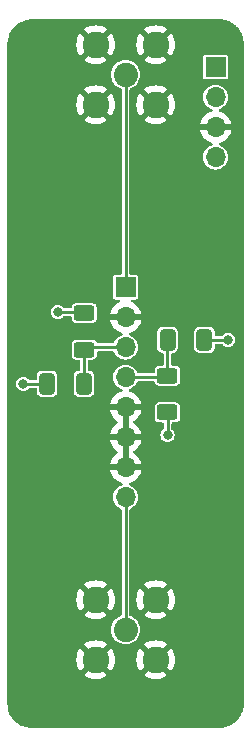
<source format=gbr>
%TF.GenerationSoftware,KiCad,Pcbnew,7.0.5*%
%TF.CreationDate,2023-06-30T17:27:13-05:00*%
%TF.ProjectId,Single.Channel.Amp,53696e67-6c65-42e4-9368-616e6e656c2e,rev?*%
%TF.SameCoordinates,Original*%
%TF.FileFunction,Copper,L1,Top*%
%TF.FilePolarity,Positive*%
%FSLAX46Y46*%
G04 Gerber Fmt 4.6, Leading zero omitted, Abs format (unit mm)*
G04 Created by KiCad (PCBNEW 7.0.5) date 2023-06-30 17:27:13*
%MOMM*%
%LPD*%
G01*
G04 APERTURE LIST*
G04 Aperture macros list*
%AMRoundRect*
0 Rectangle with rounded corners*
0 $1 Rounding radius*
0 $2 $3 $4 $5 $6 $7 $8 $9 X,Y pos of 4 corners*
0 Add a 4 corners polygon primitive as box body*
4,1,4,$2,$3,$4,$5,$6,$7,$8,$9,$2,$3,0*
0 Add four circle primitives for the rounded corners*
1,1,$1+$1,$2,$3*
1,1,$1+$1,$4,$5*
1,1,$1+$1,$6,$7*
1,1,$1+$1,$8,$9*
0 Add four rect primitives between the rounded corners*
20,1,$1+$1,$2,$3,$4,$5,0*
20,1,$1+$1,$4,$5,$6,$7,0*
20,1,$1+$1,$6,$7,$8,$9,0*
20,1,$1+$1,$8,$9,$2,$3,0*%
G04 Aperture macros list end*
%TA.AperFunction,SMDPad,CuDef*%
%ADD10RoundRect,0.250000X0.625000X-0.400000X0.625000X0.400000X-0.625000X0.400000X-0.625000X-0.400000X0*%
%TD*%
%TA.AperFunction,ComponentPad*%
%ADD11R,1.700000X1.700000*%
%TD*%
%TA.AperFunction,ComponentPad*%
%ADD12O,1.700000X1.700000*%
%TD*%
%TA.AperFunction,ComponentPad*%
%ADD13C,2.050000*%
%TD*%
%TA.AperFunction,ComponentPad*%
%ADD14C,2.250000*%
%TD*%
%TA.AperFunction,SMDPad,CuDef*%
%ADD15RoundRect,0.250000X-0.412500X-0.650000X0.412500X-0.650000X0.412500X0.650000X-0.412500X0.650000X0*%
%TD*%
%TA.AperFunction,SMDPad,CuDef*%
%ADD16RoundRect,0.250000X-0.625000X0.400000X-0.625000X-0.400000X0.625000X-0.400000X0.625000X0.400000X0*%
%TD*%
%TA.AperFunction,SMDPad,CuDef*%
%ADD17RoundRect,0.250000X0.412500X0.650000X-0.412500X0.650000X-0.412500X-0.650000X0.412500X-0.650000X0*%
%TD*%
%TA.AperFunction,ViaPad*%
%ADD18C,0.800000*%
%TD*%
%TA.AperFunction,Conductor*%
%ADD19C,0.250000*%
%TD*%
G04 APERTURE END LIST*
D10*
%TO.P,R3,1*%
%TO.N,Net-(Q2-E)*%
X68540000Y-48600000D03*
%TO.P,R3,2*%
%TO.N,Net-(J2-Pin_4)*%
X68540000Y-45500000D03*
%TD*%
D11*
%TO.P,J3,1,Pin_1*%
%TO.N,Net-(D1-A)*%
X72620000Y-19370000D03*
D12*
%TO.P,J3,2,Pin_2*%
%TO.N,GND*%
X72620000Y-21910000D03*
%TO.P,J3,3,Pin_3*%
%TO.N,GND1*%
X72620000Y-24450000D03*
%TO.P,J3,4,Pin_4*%
%TO.N,Net-(D2-K)*%
X72620000Y-26990000D03*
%TD*%
D13*
%TO.P,J4,1,In*%
%TO.N,Net-(J2-Input)*%
X65000000Y-67000000D03*
D14*
%TO.P,J4,2,Ext*%
%TO.N,GND1*%
X62460000Y-64460000D03*
X62460000Y-69540000D03*
X67540000Y-64460000D03*
X67540000Y-69540000D03*
%TD*%
D15*
%TO.P,C4,1*%
%TO.N,Net-(J2-Pin_4)*%
X68552500Y-42465000D03*
%TO.P,C4,2*%
%TO.N,GND*%
X71677500Y-42465000D03*
%TD*%
D13*
%TO.P,J5,1,In*%
%TO.N,Net-(J2-Output)*%
X65000000Y-20000000D03*
D14*
%TO.P,J5,2,Ext*%
%TO.N,GND1*%
X62460000Y-17460000D03*
X62460000Y-22540000D03*
X67540000Y-17460000D03*
X67540000Y-22540000D03*
%TD*%
D16*
%TO.P,R4,1*%
%TO.N,Net-(Q1-E)*%
X61510000Y-40190000D03*
%TO.P,R4,2*%
%TO.N,Net-(J2-Pin_3)*%
X61510000Y-43290000D03*
%TD*%
D17*
%TO.P,C3,1*%
%TO.N,Net-(J2-Pin_3)*%
X61472500Y-46185000D03*
%TO.P,C3,2*%
%TO.N,GND*%
X58347500Y-46185000D03*
%TD*%
D11*
%TO.P,J2,1,Output*%
%TO.N,Net-(J2-Output)*%
X65000000Y-38000000D03*
D12*
%TO.P,J2,2,GND*%
%TO.N,GND1*%
X65000000Y-40540000D03*
%TO.P,J2,3,Pin_3*%
%TO.N,Net-(J2-Pin_3)*%
X65000000Y-43080000D03*
%TO.P,J2,4,Pin_4*%
%TO.N,Net-(J2-Pin_4)*%
X65000000Y-45620000D03*
%TO.P,J2,5,Pin_5*%
%TO.N,GND1*%
X65000000Y-48160000D03*
%TO.P,J2,6,Pin_6*%
X65000000Y-50700000D03*
%TO.P,J2,7,Pin_7*%
X65000000Y-53240000D03*
%TO.P,J2,8,Input*%
%TO.N,Net-(J2-Input)*%
X65000000Y-55780000D03*
%TD*%
D18*
%TO.N,GND*%
X73677500Y-42465000D03*
X56347500Y-46185000D03*
%TO.N,Net-(Q1-E)*%
X59275000Y-40110000D03*
%TO.N,Net-(Q2-E)*%
X68555000Y-50545000D03*
%TD*%
D19*
%TO.N,GND*%
X73677500Y-42465000D02*
X71677500Y-42465000D01*
X56347500Y-46185000D02*
X58347500Y-46185000D01*
%TO.N,Net-(J2-Output)*%
X65000000Y-38000000D02*
X65000000Y-20000000D01*
%TO.N,Net-(J2-Pin_3)*%
X61472500Y-46185000D02*
X61472500Y-43327500D01*
X61472500Y-43327500D02*
X61510000Y-43290000D01*
X61720000Y-43080000D02*
X65000000Y-43080000D01*
X61510000Y-43290000D02*
X61720000Y-43080000D01*
%TO.N,Net-(J2-Pin_4)*%
X68540000Y-45500000D02*
X68420000Y-45620000D01*
X68540000Y-45500000D02*
X68540000Y-42567500D01*
X68540000Y-42567500D02*
X68442500Y-42470000D01*
X68420000Y-45620000D02*
X65000000Y-45620000D01*
%TO.N,Net-(J2-Input)*%
X65000000Y-55780000D02*
X65000000Y-67000000D01*
%TO.N,Net-(Q1-E)*%
X61430000Y-40110000D02*
X61510000Y-40190000D01*
X59275000Y-40110000D02*
X61430000Y-40110000D01*
%TO.N,Net-(Q2-E)*%
X68555000Y-50545000D02*
X68555000Y-48615000D01*
X68555000Y-48615000D02*
X68540000Y-48600000D01*
%TD*%
%TA.AperFunction,Conductor*%
%TO.N,GND1*%
G36*
X65250000Y-52804498D02*
G01*
X65142315Y-52755320D01*
X65035763Y-52740000D01*
X64964237Y-52740000D01*
X64857685Y-52755320D01*
X64749999Y-52804498D01*
X64749999Y-51135501D01*
X64857685Y-51184680D01*
X64964237Y-51200000D01*
X65035763Y-51200000D01*
X65142315Y-51184680D01*
X65250000Y-51135501D01*
X65250000Y-52804498D01*
G37*
%TD.AperFunction*%
%TA.AperFunction,Conductor*%
G36*
X65250000Y-50264498D02*
G01*
X65142315Y-50215320D01*
X65035763Y-50200000D01*
X64964237Y-50200000D01*
X64857685Y-50215320D01*
X64749999Y-50264498D01*
X64749999Y-48595501D01*
X64857685Y-48644680D01*
X64964237Y-48660000D01*
X65035763Y-48660000D01*
X65142315Y-48644680D01*
X65250000Y-48595501D01*
X65250000Y-50264498D01*
G37*
%TD.AperFunction*%
%TA.AperFunction,Conductor*%
G36*
X73002019Y-15310633D02*
G01*
X73040149Y-15313131D01*
X73083793Y-15315992D01*
X73265459Y-15328985D01*
X73273102Y-15330015D01*
X73367572Y-15348806D01*
X73372190Y-15349912D01*
X73543719Y-15398061D01*
X73697413Y-15441204D01*
X73702315Y-15442802D01*
X73791762Y-15476164D01*
X73797481Y-15478634D01*
X73862544Y-15510719D01*
X73868651Y-15514176D01*
X74033108Y-15620000D01*
X74054728Y-15633912D01*
X74272782Y-15774225D01*
X74287440Y-15785274D01*
X74307332Y-15802718D01*
X74359510Y-15848476D01*
X74362463Y-15851243D01*
X74458770Y-15947550D01*
X74461531Y-15950498D01*
X74475243Y-15966135D01*
X74477144Y-15968410D01*
X74638444Y-16171187D01*
X74641459Y-16175318D01*
X74655410Y-16196197D01*
X74704958Y-16270351D01*
X74707824Y-16275085D01*
X74773806Y-16395921D01*
X74774996Y-16398213D01*
X74831352Y-16512492D01*
X74833839Y-16518251D01*
X74882881Y-16649737D01*
X74883500Y-16651475D01*
X74923597Y-16769597D01*
X74925472Y-16776353D01*
X74956848Y-16920589D01*
X74979980Y-17036880D01*
X74981015Y-17044560D01*
X74994021Y-17226413D01*
X74999367Y-17307966D01*
X74999500Y-17312023D01*
X74999500Y-73307976D01*
X74999367Y-73312033D01*
X74994022Y-73393558D01*
X74986015Y-73505514D01*
X74985608Y-73509442D01*
X74966386Y-73650854D01*
X74965760Y-73654599D01*
X74956842Y-73699440D01*
X74925471Y-73843647D01*
X74923596Y-73850403D01*
X74883496Y-73968531D01*
X74882879Y-73970265D01*
X74872626Y-73997758D01*
X74871277Y-74001080D01*
X74771176Y-74228425D01*
X74768848Y-74233157D01*
X74707824Y-74344914D01*
X74704958Y-74349648D01*
X74633467Y-74456641D01*
X74631549Y-74459351D01*
X74549744Y-74568631D01*
X74546723Y-74572357D01*
X74461529Y-74669502D01*
X74458755Y-74672464D01*
X74362464Y-74768755D01*
X74359502Y-74771529D01*
X74262357Y-74856723D01*
X74258631Y-74859744D01*
X74149351Y-74941549D01*
X74146641Y-74943467D01*
X74039649Y-75014957D01*
X74034914Y-75017823D01*
X73914075Y-75083806D01*
X73911790Y-75084993D01*
X73904596Y-75088541D01*
X73902019Y-75089740D01*
X73702563Y-75177002D01*
X73699377Y-75178292D01*
X73660275Y-75192876D01*
X73658538Y-75193494D01*
X73540402Y-75233596D01*
X73533647Y-75235471D01*
X73462130Y-75251029D01*
X73455117Y-75252554D01*
X73451369Y-75253250D01*
X73156664Y-75298589D01*
X73151657Y-75299152D01*
X73083568Y-75304022D01*
X73077972Y-75304389D01*
X73070672Y-75304867D01*
X73066636Y-75305000D01*
X56947817Y-75305000D01*
X56942201Y-75304745D01*
X56685599Y-75281417D01*
X56679129Y-75280482D01*
X56638251Y-75272351D01*
X56610617Y-75266854D01*
X56466352Y-75235471D01*
X56459597Y-75233596D01*
X56341465Y-75193496D01*
X56339728Y-75192877D01*
X56210480Y-75144670D01*
X56205300Y-75142466D01*
X56184183Y-75132323D01*
X56088201Y-75084990D01*
X56085909Y-75083800D01*
X56035990Y-75056542D01*
X55965081Y-75017823D01*
X55960357Y-75014962D01*
X55853348Y-74943461D01*
X55850639Y-74941543D01*
X55810592Y-74911564D01*
X55741353Y-74859732D01*
X55737648Y-74856729D01*
X55640680Y-74771690D01*
X55636671Y-74767843D01*
X55487338Y-74611116D01*
X55485610Y-74609226D01*
X55453281Y-74572362D01*
X55450260Y-74568637D01*
X55368449Y-74459351D01*
X55366531Y-74456640D01*
X55295037Y-74349641D01*
X55292170Y-74344907D01*
X55226173Y-74224042D01*
X55225024Y-74221830D01*
X55168635Y-74107483D01*
X55166160Y-74101750D01*
X55117093Y-73970198D01*
X55116540Y-73968646D01*
X55076394Y-73850378D01*
X55074529Y-73843659D01*
X55067509Y-73811387D01*
X55067137Y-73809545D01*
X55016592Y-73536600D01*
X55015715Y-73529742D01*
X55005991Y-73393778D01*
X55000632Y-73312019D01*
X55000499Y-73307993D01*
X55000499Y-69540000D01*
X60829975Y-69540000D01*
X60850042Y-69794989D01*
X60909752Y-70043702D01*
X61007634Y-70280012D01*
X61007636Y-70280015D01*
X61141275Y-70498095D01*
X61141286Y-70498110D01*
X61144533Y-70501911D01*
X61144535Y-70501911D01*
X61708766Y-69937679D01*
X61752316Y-70019822D01*
X61872009Y-70160735D01*
X62019195Y-70272623D01*
X62061402Y-70292150D01*
X61498087Y-70855464D01*
X61498087Y-70855465D01*
X61501888Y-70858712D01*
X61501898Y-70858719D01*
X61719984Y-70992363D01*
X61719987Y-70992365D01*
X61956297Y-71090247D01*
X62205011Y-71149957D01*
X62205010Y-71149957D01*
X62460000Y-71170024D01*
X62714989Y-71149957D01*
X62963702Y-71090247D01*
X63200012Y-70992365D01*
X63200015Y-70992363D01*
X63418103Y-70858719D01*
X63421912Y-70855464D01*
X62858609Y-70292161D01*
X62977431Y-70220669D01*
X63111658Y-70093523D01*
X63214861Y-69941309D01*
X63775464Y-70501912D01*
X63778719Y-70498103D01*
X63912363Y-70280015D01*
X63912365Y-70280012D01*
X64010247Y-70043702D01*
X64069957Y-69794989D01*
X64090024Y-69540000D01*
X65909975Y-69540000D01*
X65930042Y-69794989D01*
X65989752Y-70043702D01*
X66087634Y-70280012D01*
X66087636Y-70280015D01*
X66221275Y-70498095D01*
X66221286Y-70498110D01*
X66224533Y-70501911D01*
X66224535Y-70501911D01*
X66788766Y-69937679D01*
X66832316Y-70019822D01*
X66952009Y-70160735D01*
X67099195Y-70272623D01*
X67141402Y-70292150D01*
X66578087Y-70855464D01*
X66578087Y-70855465D01*
X66581888Y-70858712D01*
X66581898Y-70858719D01*
X66799984Y-70992363D01*
X66799987Y-70992365D01*
X67036297Y-71090247D01*
X67285011Y-71149957D01*
X67285010Y-71149957D01*
X67540000Y-71170024D01*
X67794989Y-71149957D01*
X68043702Y-71090247D01*
X68280012Y-70992365D01*
X68280015Y-70992363D01*
X68498103Y-70858719D01*
X68501912Y-70855464D01*
X67938609Y-70292161D01*
X68057431Y-70220669D01*
X68191658Y-70093523D01*
X68294861Y-69941309D01*
X68855464Y-70501912D01*
X68858719Y-70498103D01*
X68992363Y-70280015D01*
X68992365Y-70280012D01*
X69090247Y-70043702D01*
X69149957Y-69794989D01*
X69170024Y-69540000D01*
X69149957Y-69285010D01*
X69090247Y-69036297D01*
X68992365Y-68799987D01*
X68992363Y-68799984D01*
X68858719Y-68581898D01*
X68858712Y-68581888D01*
X68855465Y-68578087D01*
X68855464Y-68578087D01*
X68291232Y-69142319D01*
X68247684Y-69060178D01*
X68127991Y-68919265D01*
X67980805Y-68807377D01*
X67938597Y-68787849D01*
X68501911Y-68224535D01*
X68501911Y-68224533D01*
X68498110Y-68221286D01*
X68498095Y-68221275D01*
X68280015Y-68087636D01*
X68280012Y-68087634D01*
X68043702Y-67989752D01*
X67794988Y-67930042D01*
X67794989Y-67930042D01*
X67540000Y-67909975D01*
X67285010Y-67930042D01*
X67036297Y-67989752D01*
X66799987Y-68087634D01*
X66799984Y-68087636D01*
X66581897Y-68221280D01*
X66578087Y-68224534D01*
X67141390Y-68787837D01*
X67022569Y-68859331D01*
X66888342Y-68986477D01*
X66785138Y-69138691D01*
X66224534Y-68578087D01*
X66221280Y-68581897D01*
X66087636Y-68799984D01*
X66087634Y-68799987D01*
X65989752Y-69036297D01*
X65930042Y-69285010D01*
X65909975Y-69540000D01*
X64090024Y-69540000D01*
X64069957Y-69285010D01*
X64010247Y-69036297D01*
X63912365Y-68799987D01*
X63912363Y-68799984D01*
X63778719Y-68581898D01*
X63778712Y-68581888D01*
X63775465Y-68578087D01*
X63775464Y-68578087D01*
X63211232Y-69142319D01*
X63167684Y-69060178D01*
X63047991Y-68919265D01*
X62900805Y-68807377D01*
X62858596Y-68787849D01*
X63421911Y-68224535D01*
X63421911Y-68224533D01*
X63418110Y-68221286D01*
X63418095Y-68221275D01*
X63200015Y-68087636D01*
X63200012Y-68087634D01*
X62963702Y-67989752D01*
X62714988Y-67930042D01*
X62714989Y-67930042D01*
X62460000Y-67909975D01*
X62205010Y-67930042D01*
X61956297Y-67989752D01*
X61719987Y-68087634D01*
X61719984Y-68087636D01*
X61501897Y-68221280D01*
X61498087Y-68224534D01*
X62061390Y-68787838D01*
X61942569Y-68859331D01*
X61808342Y-68986477D01*
X61705138Y-69138691D01*
X61144533Y-68578087D01*
X61141280Y-68581897D01*
X61007636Y-68799984D01*
X61007634Y-68799987D01*
X60909752Y-69036297D01*
X60850042Y-69285010D01*
X60829975Y-69540000D01*
X55000499Y-69540000D01*
X55000499Y-64460000D01*
X60829975Y-64460000D01*
X60850042Y-64714989D01*
X60909752Y-64963702D01*
X61007634Y-65200012D01*
X61007636Y-65200015D01*
X61141275Y-65418095D01*
X61141286Y-65418110D01*
X61144533Y-65421911D01*
X61144535Y-65421911D01*
X61708766Y-64857679D01*
X61752316Y-64939822D01*
X61872009Y-65080735D01*
X62019195Y-65192623D01*
X62061402Y-65212150D01*
X61498087Y-65775464D01*
X61498087Y-65775465D01*
X61501888Y-65778712D01*
X61501898Y-65778719D01*
X61719984Y-65912363D01*
X61719987Y-65912365D01*
X61956297Y-66010247D01*
X62205011Y-66069957D01*
X62205010Y-66069957D01*
X62459999Y-66090024D01*
X62714989Y-66069957D01*
X62963702Y-66010247D01*
X63200012Y-65912365D01*
X63200015Y-65912363D01*
X63418103Y-65778719D01*
X63421912Y-65775464D01*
X62858609Y-65212161D01*
X62977431Y-65140669D01*
X63111658Y-65013523D01*
X63214861Y-64861309D01*
X63775464Y-65421912D01*
X63778719Y-65418103D01*
X63912363Y-65200015D01*
X63912365Y-65200012D01*
X64010247Y-64963702D01*
X64069957Y-64714989D01*
X64090024Y-64460000D01*
X64069957Y-64205010D01*
X64010247Y-63956297D01*
X63912365Y-63719987D01*
X63912363Y-63719984D01*
X63778719Y-63501898D01*
X63778712Y-63501888D01*
X63775465Y-63498087D01*
X63775464Y-63498087D01*
X63211232Y-64062318D01*
X63167684Y-63980178D01*
X63047991Y-63839265D01*
X62900805Y-63727377D01*
X62858597Y-63707849D01*
X63421911Y-63144535D01*
X63421911Y-63144533D01*
X63418110Y-63141286D01*
X63418095Y-63141275D01*
X63200015Y-63007636D01*
X63200012Y-63007634D01*
X62963702Y-62909752D01*
X62714988Y-62850042D01*
X62714989Y-62850042D01*
X62459999Y-62829975D01*
X62205010Y-62850042D01*
X61956297Y-62909752D01*
X61719987Y-63007634D01*
X61719984Y-63007636D01*
X61501897Y-63141280D01*
X61498087Y-63144534D01*
X62061390Y-63707837D01*
X61942569Y-63779331D01*
X61808342Y-63906477D01*
X61705138Y-64058691D01*
X61144534Y-63498087D01*
X61141280Y-63501897D01*
X61007636Y-63719984D01*
X61007634Y-63719987D01*
X60909752Y-63956297D01*
X60850042Y-64205010D01*
X60829975Y-64460000D01*
X55000499Y-64460000D01*
X55000499Y-53490000D01*
X63669364Y-53490000D01*
X63726567Y-53703486D01*
X63726570Y-53703492D01*
X63826399Y-53917578D01*
X63961894Y-54111082D01*
X64128917Y-54278105D01*
X64322421Y-54413600D01*
X64536507Y-54513429D01*
X64536516Y-54513433D01*
X64658649Y-54546158D01*
X64718310Y-54582523D01*
X64748839Y-54645369D01*
X64740545Y-54714745D01*
X64696059Y-54768623D01*
X64662552Y-54784593D01*
X64596046Y-54804767D01*
X64465358Y-54874622D01*
X64413550Y-54902315D01*
X64413548Y-54902316D01*
X64413547Y-54902317D01*
X64253589Y-55033589D01*
X64122317Y-55193547D01*
X64024769Y-55376043D01*
X63964699Y-55574067D01*
X63944417Y-55779999D01*
X63964699Y-55985932D01*
X63964700Y-55985934D01*
X64024768Y-56183954D01*
X64122315Y-56366450D01*
X64122317Y-56366452D01*
X64253589Y-56526410D01*
X64350209Y-56605702D01*
X64413550Y-56657685D01*
X64596046Y-56755232D01*
X64596052Y-56755235D01*
X64597956Y-56756024D01*
X64598799Y-56756703D01*
X64601419Y-56758104D01*
X64601153Y-56758600D01*
X64652358Y-56799867D01*
X64674420Y-56866162D01*
X64674499Y-56870583D01*
X64674499Y-65723338D01*
X64654814Y-65790377D01*
X64602010Y-65836132D01*
X64582601Y-65843110D01*
X64579261Y-65844005D01*
X64579253Y-65844008D01*
X64384910Y-65934631D01*
X64384908Y-65934632D01*
X64209259Y-66057623D01*
X64209253Y-66057628D01*
X64057628Y-66209253D01*
X64057623Y-66209259D01*
X63934632Y-66384908D01*
X63934631Y-66384910D01*
X63844009Y-66579251D01*
X63844005Y-66579260D01*
X63788509Y-66786375D01*
X63788507Y-66786386D01*
X63769819Y-66999998D01*
X63769819Y-67000001D01*
X63788507Y-67213613D01*
X63788509Y-67213624D01*
X63844005Y-67420739D01*
X63844007Y-67420743D01*
X63844008Y-67420747D01*
X63889320Y-67517918D01*
X63934631Y-67615090D01*
X63934632Y-67615091D01*
X64057627Y-67790745D01*
X64209255Y-67942373D01*
X64384909Y-68065368D01*
X64579253Y-68155992D01*
X64786381Y-68211492D01*
X64935442Y-68224533D01*
X64999998Y-68230181D01*
X65000000Y-68230181D01*
X65000002Y-68230181D01*
X65053404Y-68225508D01*
X65213619Y-68211492D01*
X65420747Y-68155992D01*
X65615091Y-68065368D01*
X65790745Y-67942373D01*
X65942373Y-67790745D01*
X66065368Y-67615091D01*
X66155992Y-67420747D01*
X66211492Y-67213619D01*
X66230181Y-67000000D01*
X66211492Y-66786381D01*
X66155992Y-66579253D01*
X66065368Y-66384910D01*
X65942373Y-66209255D01*
X65790745Y-66057627D01*
X65615091Y-65934632D01*
X65615092Y-65934632D01*
X65615090Y-65934631D01*
X65511370Y-65886266D01*
X65420747Y-65844008D01*
X65420744Y-65844007D01*
X65420742Y-65844006D01*
X65417401Y-65843111D01*
X65416095Y-65842315D01*
X65415661Y-65842157D01*
X65415692Y-65842069D01*
X65357742Y-65806744D01*
X65327216Y-65743895D01*
X65325500Y-65723338D01*
X65325500Y-64460000D01*
X65909975Y-64460000D01*
X65930042Y-64714989D01*
X65989752Y-64963702D01*
X66087634Y-65200012D01*
X66087636Y-65200015D01*
X66221275Y-65418095D01*
X66221286Y-65418110D01*
X66224533Y-65421911D01*
X66224535Y-65421911D01*
X66788766Y-64857679D01*
X66832316Y-64939822D01*
X66952009Y-65080735D01*
X67099195Y-65192623D01*
X67141402Y-65212150D01*
X66578087Y-65775464D01*
X66578087Y-65775465D01*
X66581888Y-65778712D01*
X66581898Y-65778719D01*
X66799984Y-65912363D01*
X66799987Y-65912365D01*
X67036297Y-66010247D01*
X67285011Y-66069957D01*
X67285010Y-66069957D01*
X67539999Y-66090024D01*
X67794989Y-66069957D01*
X68043702Y-66010247D01*
X68280012Y-65912365D01*
X68280015Y-65912363D01*
X68498103Y-65778719D01*
X68501912Y-65775464D01*
X67938609Y-65212161D01*
X68057431Y-65140669D01*
X68191658Y-65013523D01*
X68294861Y-64861308D01*
X68855464Y-65421912D01*
X68858719Y-65418103D01*
X68992363Y-65200015D01*
X68992365Y-65200012D01*
X69090247Y-64963702D01*
X69149957Y-64714989D01*
X69170024Y-64460000D01*
X69149957Y-64205010D01*
X69090247Y-63956297D01*
X68992365Y-63719987D01*
X68992363Y-63719984D01*
X68858719Y-63501898D01*
X68858712Y-63501888D01*
X68855465Y-63498087D01*
X68855464Y-63498087D01*
X68291232Y-64062319D01*
X68247684Y-63980178D01*
X68127991Y-63839265D01*
X67980805Y-63727377D01*
X67938597Y-63707849D01*
X68501911Y-63144535D01*
X68501911Y-63144533D01*
X68498110Y-63141286D01*
X68498095Y-63141275D01*
X68280015Y-63007636D01*
X68280012Y-63007634D01*
X68043702Y-62909752D01*
X67794988Y-62850042D01*
X67794989Y-62850042D01*
X67539999Y-62829975D01*
X67285010Y-62850042D01*
X67036297Y-62909752D01*
X66799987Y-63007634D01*
X66799984Y-63007636D01*
X66581897Y-63141280D01*
X66578087Y-63144534D01*
X67141390Y-63707837D01*
X67022569Y-63779331D01*
X66888342Y-63906477D01*
X66785139Y-64058690D01*
X66224534Y-63498087D01*
X66221280Y-63501897D01*
X66087636Y-63719984D01*
X66087634Y-63719987D01*
X65989752Y-63956297D01*
X65930042Y-64205010D01*
X65909975Y-64460000D01*
X65325500Y-64460000D01*
X65325500Y-56870583D01*
X65345185Y-56803544D01*
X65397989Y-56757789D01*
X65402049Y-56756021D01*
X65403945Y-56755234D01*
X65403954Y-56755232D01*
X65586450Y-56657685D01*
X65746410Y-56526410D01*
X65877685Y-56366450D01*
X65975232Y-56183954D01*
X66035300Y-55985934D01*
X66055583Y-55780000D01*
X66035300Y-55574066D01*
X65975232Y-55376046D01*
X65877685Y-55193550D01*
X65825702Y-55130209D01*
X65746410Y-55033589D01*
X65586452Y-54902317D01*
X65586453Y-54902317D01*
X65586450Y-54902315D01*
X65403954Y-54804768D01*
X65337447Y-54784593D01*
X65279009Y-54746296D01*
X65250553Y-54682484D01*
X65261113Y-54613417D01*
X65307337Y-54561023D01*
X65341350Y-54546158D01*
X65463483Y-54513433D01*
X65463492Y-54513429D01*
X65677578Y-54413600D01*
X65871082Y-54278105D01*
X66038105Y-54111082D01*
X66173600Y-53917578D01*
X66273429Y-53703492D01*
X66273432Y-53703486D01*
X66330636Y-53490000D01*
X65433686Y-53490000D01*
X65459493Y-53449844D01*
X65500000Y-53311889D01*
X65500000Y-53168111D01*
X65459493Y-53030156D01*
X65433686Y-52990000D01*
X66330636Y-52990000D01*
X66330635Y-52989999D01*
X66273432Y-52776513D01*
X66273429Y-52776507D01*
X66173600Y-52562422D01*
X66173599Y-52562420D01*
X66038113Y-52368926D01*
X66038108Y-52368920D01*
X65871082Y-52201894D01*
X65684968Y-52071575D01*
X65641344Y-52016998D01*
X65634151Y-51947499D01*
X65665673Y-51885145D01*
X65684968Y-51868425D01*
X65871082Y-51738105D01*
X66038105Y-51571082D01*
X66173600Y-51377578D01*
X66273429Y-51163492D01*
X66273432Y-51163486D01*
X66330636Y-50950000D01*
X65433686Y-50950000D01*
X65459493Y-50909844D01*
X65500000Y-50771889D01*
X65500000Y-50628111D01*
X65459493Y-50490156D01*
X65433686Y-50450000D01*
X66330636Y-50450000D01*
X66330635Y-50449999D01*
X66273432Y-50236513D01*
X66273429Y-50236507D01*
X66173600Y-50022422D01*
X66173599Y-50022420D01*
X66038113Y-49828926D01*
X66038108Y-49828920D01*
X65871082Y-49661894D01*
X65684968Y-49531575D01*
X65641344Y-49476998D01*
X65634151Y-49407499D01*
X65665673Y-49345145D01*
X65684968Y-49328425D01*
X65871082Y-49198105D01*
X66014918Y-49054269D01*
X67464500Y-49054269D01*
X67467353Y-49084699D01*
X67467353Y-49084701D01*
X67507036Y-49198105D01*
X67512207Y-49212882D01*
X67592850Y-49322150D01*
X67702118Y-49402793D01*
X67744845Y-49417743D01*
X67830299Y-49447646D01*
X67860730Y-49450500D01*
X67860734Y-49450500D01*
X68105500Y-49450500D01*
X68172539Y-49470185D01*
X68218294Y-49522989D01*
X68229500Y-49574500D01*
X68229500Y-49976699D01*
X68209815Y-50043738D01*
X68180988Y-50075074D01*
X68126720Y-50116715D01*
X68030463Y-50242160D01*
X67969956Y-50388237D01*
X67969955Y-50388239D01*
X67949318Y-50544998D01*
X67949318Y-50545001D01*
X67969955Y-50701760D01*
X67969956Y-50701762D01*
X68030464Y-50847841D01*
X68126718Y-50973282D01*
X68252159Y-51069536D01*
X68398238Y-51130044D01*
X68476618Y-51140363D01*
X68554999Y-51150682D01*
X68555000Y-51150682D01*
X68555001Y-51150682D01*
X68607254Y-51143802D01*
X68711762Y-51130044D01*
X68857841Y-51069536D01*
X68983282Y-50973282D01*
X69079536Y-50847841D01*
X69140044Y-50701762D01*
X69160682Y-50545000D01*
X69140044Y-50388238D01*
X69079536Y-50242159D01*
X68983282Y-50116718D01*
X68983280Y-50116716D01*
X68983279Y-50116715D01*
X68929012Y-50075074D01*
X68887810Y-50018646D01*
X68880500Y-49976699D01*
X68880500Y-49574500D01*
X68900185Y-49507461D01*
X68952989Y-49461706D01*
X69004500Y-49450500D01*
X69219270Y-49450500D01*
X69249699Y-49447646D01*
X69249701Y-49447646D01*
X69313790Y-49425219D01*
X69377882Y-49402793D01*
X69487150Y-49322150D01*
X69567793Y-49212882D01*
X69590219Y-49148790D01*
X69612646Y-49084701D01*
X69612646Y-49084699D01*
X69615500Y-49054269D01*
X69615500Y-48145730D01*
X69612646Y-48115300D01*
X69612646Y-48115298D01*
X69567793Y-47987119D01*
X69567792Y-47987117D01*
X69487150Y-47877850D01*
X69377882Y-47797207D01*
X69377880Y-47797206D01*
X69249700Y-47752353D01*
X69219270Y-47749500D01*
X69219266Y-47749500D01*
X67860734Y-47749500D01*
X67860730Y-47749500D01*
X67830300Y-47752353D01*
X67830298Y-47752353D01*
X67702119Y-47797206D01*
X67702117Y-47797207D01*
X67592850Y-47877850D01*
X67512207Y-47987117D01*
X67512206Y-47987119D01*
X67467353Y-48115298D01*
X67467353Y-48115300D01*
X67464500Y-48145730D01*
X67464500Y-49054269D01*
X66014918Y-49054269D01*
X66038105Y-49031082D01*
X66173600Y-48837578D01*
X66273429Y-48623492D01*
X66273432Y-48623486D01*
X66330636Y-48410000D01*
X65433686Y-48410000D01*
X65459493Y-48369844D01*
X65500000Y-48231889D01*
X65500000Y-48088111D01*
X65459493Y-47950156D01*
X65433686Y-47910000D01*
X66330636Y-47910000D01*
X66330635Y-47909999D01*
X66273432Y-47696513D01*
X66273429Y-47696507D01*
X66173600Y-47482422D01*
X66173599Y-47482420D01*
X66038113Y-47288926D01*
X66038108Y-47288920D01*
X65871082Y-47121894D01*
X65677578Y-46986399D01*
X65463492Y-46886570D01*
X65463486Y-46886567D01*
X65341349Y-46853841D01*
X65281689Y-46817476D01*
X65251160Y-46754629D01*
X65259455Y-46685253D01*
X65303940Y-46631375D01*
X65337444Y-46615407D01*
X65403954Y-46595232D01*
X65586450Y-46497685D01*
X65746410Y-46366410D01*
X65877685Y-46206450D01*
X65975232Y-46023954D01*
X65975234Y-46023945D01*
X65976021Y-46022049D01*
X65976701Y-46021203D01*
X65978104Y-46018581D01*
X65978601Y-46018846D01*
X66019862Y-45967645D01*
X66086156Y-45945579D01*
X66090583Y-45945500D01*
X67365655Y-45945500D01*
X67432694Y-45965185D01*
X67478449Y-46017989D01*
X67482696Y-46028545D01*
X67512207Y-46112882D01*
X67592850Y-46222150D01*
X67702118Y-46302793D01*
X67744845Y-46317744D01*
X67830299Y-46347646D01*
X67860730Y-46350500D01*
X67860734Y-46350500D01*
X69219270Y-46350500D01*
X69249699Y-46347646D01*
X69249701Y-46347646D01*
X69313790Y-46325219D01*
X69377882Y-46302793D01*
X69487150Y-46222150D01*
X69567793Y-46112882D01*
X69597411Y-46028238D01*
X69612646Y-45984701D01*
X69612646Y-45984699D01*
X69615500Y-45954269D01*
X69615500Y-45045730D01*
X69612646Y-45015300D01*
X69612646Y-45015298D01*
X69567793Y-44887119D01*
X69567792Y-44887117D01*
X69557808Y-44873589D01*
X69487150Y-44777850D01*
X69377882Y-44697207D01*
X69377880Y-44697206D01*
X69249700Y-44652353D01*
X69219270Y-44649500D01*
X69219266Y-44649500D01*
X68989500Y-44649500D01*
X68922461Y-44629815D01*
X68876706Y-44577011D01*
X68865500Y-44525500D01*
X68865500Y-43689500D01*
X68885185Y-43622461D01*
X68937989Y-43576706D01*
X68989500Y-43565500D01*
X69019270Y-43565500D01*
X69049699Y-43562646D01*
X69049701Y-43562646D01*
X69113790Y-43540219D01*
X69177882Y-43517793D01*
X69287150Y-43437150D01*
X69367793Y-43327882D01*
X69390219Y-43263790D01*
X69412646Y-43199701D01*
X69412646Y-43199699D01*
X69415500Y-43169269D01*
X70814500Y-43169269D01*
X70817353Y-43199699D01*
X70817353Y-43199701D01*
X70862206Y-43327880D01*
X70862207Y-43327882D01*
X70942850Y-43437150D01*
X71052118Y-43517793D01*
X71085575Y-43529500D01*
X71180299Y-43562646D01*
X71210730Y-43565500D01*
X71210734Y-43565500D01*
X72144270Y-43565500D01*
X72174699Y-43562646D01*
X72174701Y-43562646D01*
X72238790Y-43540219D01*
X72302882Y-43517793D01*
X72412150Y-43437150D01*
X72492793Y-43327882D01*
X72515219Y-43263790D01*
X72537646Y-43199701D01*
X72537646Y-43199699D01*
X72540500Y-43169269D01*
X72540500Y-42914500D01*
X72560185Y-42847461D01*
X72612989Y-42801706D01*
X72664500Y-42790500D01*
X73109201Y-42790500D01*
X73176240Y-42810185D01*
X73207576Y-42839013D01*
X73249218Y-42893282D01*
X73374659Y-42989536D01*
X73520738Y-43050044D01*
X73599118Y-43060362D01*
X73677499Y-43070682D01*
X73677500Y-43070682D01*
X73677501Y-43070682D01*
X73729754Y-43063802D01*
X73834262Y-43050044D01*
X73980341Y-42989536D01*
X74105782Y-42893282D01*
X74202036Y-42767841D01*
X74262544Y-42621762D01*
X74283182Y-42465000D01*
X74280200Y-42442353D01*
X74265882Y-42333590D01*
X74262544Y-42308238D01*
X74202036Y-42162159D01*
X74105782Y-42036718D01*
X73980341Y-41940464D01*
X73834262Y-41879956D01*
X73834260Y-41879955D01*
X73677501Y-41859318D01*
X73677499Y-41859318D01*
X73520739Y-41879955D01*
X73520737Y-41879956D01*
X73374660Y-41940463D01*
X73249216Y-42036719D01*
X73207577Y-42090986D01*
X73151149Y-42132189D01*
X73109201Y-42139500D01*
X72664500Y-42139500D01*
X72597461Y-42119815D01*
X72551706Y-42067011D01*
X72540500Y-42015500D01*
X72540500Y-41760730D01*
X72537646Y-41730300D01*
X72537646Y-41730298D01*
X72492793Y-41602119D01*
X72492792Y-41602117D01*
X72412150Y-41492850D01*
X72302882Y-41412207D01*
X72302880Y-41412206D01*
X72174700Y-41367353D01*
X72144270Y-41364500D01*
X72144266Y-41364500D01*
X71210734Y-41364500D01*
X71210730Y-41364500D01*
X71180300Y-41367353D01*
X71180298Y-41367353D01*
X71052119Y-41412206D01*
X71052117Y-41412207D01*
X70942850Y-41492850D01*
X70862207Y-41602117D01*
X70862206Y-41602119D01*
X70817353Y-41730298D01*
X70817353Y-41730300D01*
X70814500Y-41760730D01*
X70814500Y-43169269D01*
X69415500Y-43169269D01*
X69415500Y-41760730D01*
X69412646Y-41730300D01*
X69412646Y-41730298D01*
X69367793Y-41602119D01*
X69367792Y-41602117D01*
X69287150Y-41492850D01*
X69177882Y-41412207D01*
X69177880Y-41412206D01*
X69049700Y-41367353D01*
X69019270Y-41364500D01*
X69019266Y-41364500D01*
X68085734Y-41364500D01*
X68085730Y-41364500D01*
X68055300Y-41367353D01*
X68055298Y-41367353D01*
X67927119Y-41412206D01*
X67927117Y-41412207D01*
X67817850Y-41492850D01*
X67737207Y-41602117D01*
X67737206Y-41602119D01*
X67692353Y-41730298D01*
X67692353Y-41730300D01*
X67689500Y-41760730D01*
X67689500Y-43169269D01*
X67692353Y-43199699D01*
X67692353Y-43199701D01*
X67737206Y-43327880D01*
X67737207Y-43327882D01*
X67817850Y-43437150D01*
X67927118Y-43517793D01*
X67960575Y-43529500D01*
X68055299Y-43562646D01*
X68085730Y-43565500D01*
X68085734Y-43565500D01*
X68090500Y-43565500D01*
X68157539Y-43585185D01*
X68203294Y-43637989D01*
X68214500Y-43689500D01*
X68214500Y-44525500D01*
X68194815Y-44592539D01*
X68142011Y-44638294D01*
X68090500Y-44649500D01*
X67860730Y-44649500D01*
X67830300Y-44652353D01*
X67830298Y-44652353D01*
X67702119Y-44697206D01*
X67702117Y-44697207D01*
X67592850Y-44777850D01*
X67512207Y-44887117D01*
X67512206Y-44887119D01*
X67467353Y-45015298D01*
X67467353Y-45015300D01*
X67464500Y-45045730D01*
X67464500Y-45170500D01*
X67444815Y-45237539D01*
X67392011Y-45283294D01*
X67340500Y-45294500D01*
X66090583Y-45294500D01*
X66023544Y-45274815D01*
X65977789Y-45222011D01*
X65976021Y-45217951D01*
X65975233Y-45216051D01*
X65975232Y-45216046D01*
X65877685Y-45033550D01*
X65817735Y-44960500D01*
X65746410Y-44873589D01*
X65586452Y-44742317D01*
X65586453Y-44742317D01*
X65586450Y-44742315D01*
X65403954Y-44644768D01*
X65205934Y-44584700D01*
X65205932Y-44584699D01*
X65205934Y-44584699D01*
X65000000Y-44564417D01*
X64794067Y-44584699D01*
X64596043Y-44644769D01*
X64497942Y-44697206D01*
X64413550Y-44742315D01*
X64413548Y-44742316D01*
X64413547Y-44742317D01*
X64253589Y-44873589D01*
X64137292Y-45015300D01*
X64122315Y-45033550D01*
X64093556Y-45087354D01*
X64024769Y-45216043D01*
X63964699Y-45414067D01*
X63944417Y-45620000D01*
X63964699Y-45825932D01*
X63974882Y-45859500D01*
X64024768Y-46023954D01*
X64122315Y-46206450D01*
X64122317Y-46206452D01*
X64253589Y-46366410D01*
X64350209Y-46445702D01*
X64413550Y-46497685D01*
X64596046Y-46595232D01*
X64662551Y-46615405D01*
X64720989Y-46653702D01*
X64749446Y-46717514D01*
X64738887Y-46786581D01*
X64692663Y-46838975D01*
X64658650Y-46853841D01*
X64536514Y-46886567D01*
X64536507Y-46886570D01*
X64322422Y-46986399D01*
X64322420Y-46986400D01*
X64128926Y-47121886D01*
X64128920Y-47121891D01*
X63961891Y-47288920D01*
X63961886Y-47288926D01*
X63826400Y-47482420D01*
X63826399Y-47482422D01*
X63726570Y-47696507D01*
X63726567Y-47696513D01*
X63669364Y-47909999D01*
X63669364Y-47910000D01*
X64566314Y-47910000D01*
X64540507Y-47950156D01*
X64500000Y-48088111D01*
X64500000Y-48231889D01*
X64540507Y-48369844D01*
X64566314Y-48410000D01*
X63669364Y-48410000D01*
X63726567Y-48623486D01*
X63726570Y-48623492D01*
X63826399Y-48837578D01*
X63961894Y-49031082D01*
X64128917Y-49198105D01*
X64315031Y-49328425D01*
X64358656Y-49383003D01*
X64365848Y-49452501D01*
X64334326Y-49514856D01*
X64315031Y-49531575D01*
X64128922Y-49661890D01*
X64128920Y-49661891D01*
X63961891Y-49828920D01*
X63961886Y-49828926D01*
X63826400Y-50022420D01*
X63826399Y-50022422D01*
X63726570Y-50236507D01*
X63726567Y-50236513D01*
X63669364Y-50449999D01*
X63669364Y-50450000D01*
X64566314Y-50450000D01*
X64540507Y-50490156D01*
X64500000Y-50628111D01*
X64500000Y-50771889D01*
X64540507Y-50909844D01*
X64566314Y-50950000D01*
X63669364Y-50950000D01*
X63726567Y-51163486D01*
X63726570Y-51163492D01*
X63826399Y-51377578D01*
X63961894Y-51571082D01*
X64128917Y-51738105D01*
X64315031Y-51868425D01*
X64358656Y-51923003D01*
X64365848Y-51992501D01*
X64334326Y-52054856D01*
X64315031Y-52071575D01*
X64128922Y-52201890D01*
X64128920Y-52201891D01*
X63961891Y-52368920D01*
X63961886Y-52368926D01*
X63826400Y-52562420D01*
X63826399Y-52562422D01*
X63726570Y-52776507D01*
X63726567Y-52776513D01*
X63669364Y-52989999D01*
X63669364Y-52990000D01*
X64566314Y-52990000D01*
X64540507Y-53030156D01*
X64500000Y-53168111D01*
X64500000Y-53311889D01*
X64540507Y-53449844D01*
X64566314Y-53490000D01*
X63669364Y-53490000D01*
X55000499Y-53490000D01*
X55000499Y-46185001D01*
X55741818Y-46185001D01*
X55762455Y-46341760D01*
X55762456Y-46341762D01*
X55822964Y-46487841D01*
X55919218Y-46613282D01*
X56044659Y-46709536D01*
X56190738Y-46770044D01*
X56269118Y-46780362D01*
X56347499Y-46790682D01*
X56347500Y-46790682D01*
X56347501Y-46790682D01*
X56399754Y-46783802D01*
X56504262Y-46770044D01*
X56650341Y-46709536D01*
X56775782Y-46613282D01*
X56817423Y-46559013D01*
X56873851Y-46517811D01*
X56915799Y-46510500D01*
X57360500Y-46510500D01*
X57427539Y-46530185D01*
X57473294Y-46582989D01*
X57484500Y-46634500D01*
X57484499Y-46889269D01*
X57487353Y-46919699D01*
X57487353Y-46919701D01*
X57532206Y-47047880D01*
X57532207Y-47047882D01*
X57612850Y-47157150D01*
X57722118Y-47237793D01*
X57764845Y-47252743D01*
X57850299Y-47282646D01*
X57880730Y-47285500D01*
X57880734Y-47285500D01*
X58814270Y-47285500D01*
X58844699Y-47282646D01*
X58844701Y-47282646D01*
X58908790Y-47260219D01*
X58972882Y-47237793D01*
X59082150Y-47157150D01*
X59162793Y-47047882D01*
X59185219Y-46983790D01*
X59207646Y-46919701D01*
X59207646Y-46919699D01*
X59210500Y-46889269D01*
X59210500Y-45480730D01*
X59207646Y-45450300D01*
X59207646Y-45450298D01*
X59162793Y-45322119D01*
X59162792Y-45322117D01*
X59142410Y-45294500D01*
X59082150Y-45212850D01*
X58972882Y-45132207D01*
X58972880Y-45132206D01*
X58844700Y-45087353D01*
X58814270Y-45084500D01*
X58814266Y-45084500D01*
X57880734Y-45084500D01*
X57880730Y-45084500D01*
X57850300Y-45087353D01*
X57850298Y-45087353D01*
X57722119Y-45132206D01*
X57722117Y-45132207D01*
X57612850Y-45212850D01*
X57532207Y-45322117D01*
X57532206Y-45322119D01*
X57487353Y-45450298D01*
X57487353Y-45450300D01*
X57484499Y-45480730D01*
X57484500Y-45735500D01*
X57464815Y-45802539D01*
X57412011Y-45848294D01*
X57360500Y-45859500D01*
X56915799Y-45859500D01*
X56848760Y-45839815D01*
X56817423Y-45810986D01*
X56810941Y-45802539D01*
X56775782Y-45756718D01*
X56650341Y-45660464D01*
X56552652Y-45620000D01*
X56504262Y-45599956D01*
X56504260Y-45599955D01*
X56347501Y-45579318D01*
X56347499Y-45579318D01*
X56190739Y-45599955D01*
X56190737Y-45599956D01*
X56044660Y-45660463D01*
X55919218Y-45756718D01*
X55822963Y-45882160D01*
X55762456Y-46028237D01*
X55762455Y-46028239D01*
X55741818Y-46184998D01*
X55741818Y-46185001D01*
X55000499Y-46185001D01*
X55000499Y-43744269D01*
X60434500Y-43744269D01*
X60437353Y-43774699D01*
X60437353Y-43774701D01*
X60482206Y-43902880D01*
X60482207Y-43902882D01*
X60562850Y-44012150D01*
X60672118Y-44092793D01*
X60714845Y-44107744D01*
X60800299Y-44137646D01*
X60830730Y-44140500D01*
X60830734Y-44140500D01*
X61023000Y-44140500D01*
X61090039Y-44160185D01*
X61135794Y-44212989D01*
X61147000Y-44264500D01*
X61147000Y-44960500D01*
X61127315Y-45027539D01*
X61074511Y-45073294D01*
X61023000Y-45084500D01*
X61005730Y-45084500D01*
X60975300Y-45087353D01*
X60975298Y-45087353D01*
X60847119Y-45132206D01*
X60847117Y-45132207D01*
X60737850Y-45212850D01*
X60657207Y-45322117D01*
X60657206Y-45322119D01*
X60612353Y-45450298D01*
X60612353Y-45450300D01*
X60609500Y-45480730D01*
X60609500Y-46889269D01*
X60612353Y-46919699D01*
X60612353Y-46919701D01*
X60657206Y-47047880D01*
X60657207Y-47047882D01*
X60737850Y-47157150D01*
X60847118Y-47237793D01*
X60889845Y-47252744D01*
X60975299Y-47282646D01*
X61005730Y-47285500D01*
X61005734Y-47285500D01*
X61939270Y-47285500D01*
X61969699Y-47282646D01*
X61969701Y-47282646D01*
X62033790Y-47260219D01*
X62097882Y-47237793D01*
X62207150Y-47157150D01*
X62287793Y-47047882D01*
X62310219Y-46983790D01*
X62332646Y-46919701D01*
X62332646Y-46919699D01*
X62335500Y-46889266D01*
X62335500Y-45480734D01*
X62332646Y-45450301D01*
X62332646Y-45450300D01*
X62332646Y-45450298D01*
X62287793Y-45322119D01*
X62287792Y-45322117D01*
X62267410Y-45294500D01*
X62207150Y-45212850D01*
X62097882Y-45132207D01*
X62097880Y-45132206D01*
X61969700Y-45087353D01*
X61939270Y-45084500D01*
X61939266Y-45084500D01*
X61922000Y-45084500D01*
X61854961Y-45064815D01*
X61809206Y-45012011D01*
X61798000Y-44960500D01*
X61798000Y-44264500D01*
X61817685Y-44197461D01*
X61870489Y-44151706D01*
X61922000Y-44140500D01*
X62189270Y-44140500D01*
X62219699Y-44137646D01*
X62219701Y-44137646D01*
X62283790Y-44115219D01*
X62347882Y-44092793D01*
X62457150Y-44012150D01*
X62537793Y-43902882D01*
X62564552Y-43826410D01*
X62582646Y-43774701D01*
X62582646Y-43774699D01*
X62585500Y-43744269D01*
X62585500Y-43529500D01*
X62605185Y-43462461D01*
X62657989Y-43416706D01*
X62709500Y-43405500D01*
X63909417Y-43405500D01*
X63976456Y-43425185D01*
X64022211Y-43477989D01*
X64023979Y-43482049D01*
X64024768Y-43483954D01*
X64122315Y-43666450D01*
X64122317Y-43666452D01*
X64253589Y-43826410D01*
X64346772Y-43902882D01*
X64413550Y-43957685D01*
X64596046Y-44055232D01*
X64794066Y-44115300D01*
X64794065Y-44115300D01*
X64812529Y-44117118D01*
X65000000Y-44135583D01*
X65205934Y-44115300D01*
X65403954Y-44055232D01*
X65586450Y-43957685D01*
X65746410Y-43826410D01*
X65877685Y-43666450D01*
X65975232Y-43483954D01*
X66035300Y-43285934D01*
X66055583Y-43080000D01*
X66035300Y-42874066D01*
X65975232Y-42676046D01*
X65877685Y-42493550D01*
X65825702Y-42430209D01*
X65746410Y-42333589D01*
X65586452Y-42202317D01*
X65586453Y-42202317D01*
X65586450Y-42202315D01*
X65403954Y-42104768D01*
X65337447Y-42084593D01*
X65279009Y-42046296D01*
X65250553Y-41982484D01*
X65261113Y-41913417D01*
X65307337Y-41861023D01*
X65341350Y-41846158D01*
X65463483Y-41813433D01*
X65463492Y-41813429D01*
X65677578Y-41713600D01*
X65871082Y-41578105D01*
X66038105Y-41411082D01*
X66173600Y-41217578D01*
X66273429Y-41003492D01*
X66273432Y-41003486D01*
X66330636Y-40790000D01*
X65433686Y-40790000D01*
X65459493Y-40749844D01*
X65500000Y-40611889D01*
X65500000Y-40468111D01*
X65459493Y-40330156D01*
X65433686Y-40290000D01*
X66330636Y-40290000D01*
X66330635Y-40289999D01*
X66273432Y-40076513D01*
X66273429Y-40076507D01*
X66173600Y-39862422D01*
X66173599Y-39862420D01*
X66038113Y-39668926D01*
X66038108Y-39668920D01*
X65871082Y-39501894D01*
X65677578Y-39366399D01*
X65507052Y-39286882D01*
X65454613Y-39240710D01*
X65435461Y-39173516D01*
X65455677Y-39106635D01*
X65508842Y-39061300D01*
X65559457Y-39050500D01*
X65869750Y-39050500D01*
X65869751Y-39050499D01*
X65884568Y-39047552D01*
X65928229Y-39038868D01*
X65928229Y-39038867D01*
X65928231Y-39038867D01*
X65994552Y-38994552D01*
X66038867Y-38928231D01*
X66038867Y-38928229D01*
X66038868Y-38928229D01*
X66050499Y-38869752D01*
X66050500Y-38869750D01*
X66050500Y-37130249D01*
X66050499Y-37130247D01*
X66038868Y-37071770D01*
X66038867Y-37071769D01*
X65994552Y-37005447D01*
X65928230Y-36961132D01*
X65928229Y-36961131D01*
X65869752Y-36949500D01*
X65869748Y-36949500D01*
X65449500Y-36949500D01*
X65382461Y-36929815D01*
X65336706Y-36877011D01*
X65325500Y-36825500D01*
X65325500Y-24700000D01*
X71289364Y-24700000D01*
X71346567Y-24913486D01*
X71346570Y-24913492D01*
X71446399Y-25127578D01*
X71581894Y-25321082D01*
X71748917Y-25488105D01*
X71942421Y-25623600D01*
X72156507Y-25723429D01*
X72156516Y-25723433D01*
X72278649Y-25756158D01*
X72338310Y-25792523D01*
X72368839Y-25855369D01*
X72360545Y-25924745D01*
X72316059Y-25978623D01*
X72282552Y-25994593D01*
X72216046Y-26014767D01*
X72085358Y-26084622D01*
X72033550Y-26112315D01*
X72033548Y-26112316D01*
X72033547Y-26112317D01*
X71873589Y-26243589D01*
X71742317Y-26403547D01*
X71644769Y-26586043D01*
X71584699Y-26784067D01*
X71564417Y-26990000D01*
X71584699Y-27195932D01*
X71584700Y-27195934D01*
X71644768Y-27393954D01*
X71742315Y-27576450D01*
X71742317Y-27576452D01*
X71873589Y-27736410D01*
X71970209Y-27815702D01*
X72033550Y-27867685D01*
X72216046Y-27965232D01*
X72414066Y-28025300D01*
X72414065Y-28025300D01*
X72432529Y-28027118D01*
X72620000Y-28045583D01*
X72825934Y-28025300D01*
X73023954Y-27965232D01*
X73206450Y-27867685D01*
X73366410Y-27736410D01*
X73497685Y-27576450D01*
X73595232Y-27393954D01*
X73655300Y-27195934D01*
X73675583Y-26990000D01*
X73655300Y-26784066D01*
X73595232Y-26586046D01*
X73497685Y-26403550D01*
X73445702Y-26340209D01*
X73366410Y-26243589D01*
X73206452Y-26112317D01*
X73206453Y-26112317D01*
X73206450Y-26112315D01*
X73023954Y-26014768D01*
X72957447Y-25994593D01*
X72899009Y-25956296D01*
X72870553Y-25892484D01*
X72881113Y-25823417D01*
X72927337Y-25771023D01*
X72961350Y-25756158D01*
X73083483Y-25723433D01*
X73083492Y-25723429D01*
X73297578Y-25623600D01*
X73491082Y-25488105D01*
X73658105Y-25321082D01*
X73793600Y-25127578D01*
X73893429Y-24913492D01*
X73893432Y-24913486D01*
X73950636Y-24700000D01*
X73053686Y-24700000D01*
X73079493Y-24659844D01*
X73120000Y-24521889D01*
X73120000Y-24378111D01*
X73079493Y-24240156D01*
X73053686Y-24200000D01*
X73950636Y-24200000D01*
X73950635Y-24199999D01*
X73893432Y-23986513D01*
X73893429Y-23986507D01*
X73793600Y-23772422D01*
X73793599Y-23772420D01*
X73658113Y-23578926D01*
X73658108Y-23578920D01*
X73491082Y-23411894D01*
X73297578Y-23276399D01*
X73083492Y-23176570D01*
X73083486Y-23176567D01*
X72961349Y-23143841D01*
X72901689Y-23107476D01*
X72871160Y-23044629D01*
X72879455Y-22975253D01*
X72923940Y-22921375D01*
X72957444Y-22905407D01*
X73023954Y-22885232D01*
X73206450Y-22787685D01*
X73366410Y-22656410D01*
X73497685Y-22496450D01*
X73595232Y-22313954D01*
X73655300Y-22115934D01*
X73675583Y-21910000D01*
X73655300Y-21704066D01*
X73595232Y-21506046D01*
X73497685Y-21323550D01*
X73416425Y-21224534D01*
X73366410Y-21163589D01*
X73206452Y-21032317D01*
X73206453Y-21032317D01*
X73206450Y-21032315D01*
X73023954Y-20934768D01*
X72825934Y-20874700D01*
X72825932Y-20874699D01*
X72825934Y-20874699D01*
X72620000Y-20854417D01*
X72414067Y-20874699D01*
X72216043Y-20934769D01*
X72113179Y-20989752D01*
X72033550Y-21032315D01*
X72033548Y-21032316D01*
X72033547Y-21032317D01*
X71873589Y-21163589D01*
X71742317Y-21323547D01*
X71644769Y-21506043D01*
X71584699Y-21704067D01*
X71564417Y-21909999D01*
X71584699Y-22115932D01*
X71584700Y-22115934D01*
X71644768Y-22313954D01*
X71742315Y-22496450D01*
X71742317Y-22496452D01*
X71873589Y-22656410D01*
X71970209Y-22735702D01*
X72033550Y-22787685D01*
X72216046Y-22885232D01*
X72282551Y-22905405D01*
X72340989Y-22943702D01*
X72369446Y-23007514D01*
X72358887Y-23076581D01*
X72312663Y-23128975D01*
X72278650Y-23143841D01*
X72156514Y-23176567D01*
X72156507Y-23176570D01*
X71942422Y-23276399D01*
X71942420Y-23276400D01*
X71748926Y-23411886D01*
X71748920Y-23411891D01*
X71581891Y-23578920D01*
X71581886Y-23578926D01*
X71446400Y-23772420D01*
X71446399Y-23772422D01*
X71346570Y-23986507D01*
X71346567Y-23986513D01*
X71289364Y-24199999D01*
X71289364Y-24200000D01*
X72186314Y-24200000D01*
X72160507Y-24240156D01*
X72120000Y-24378111D01*
X72120000Y-24521889D01*
X72160507Y-24659844D01*
X72186314Y-24700000D01*
X71289364Y-24700000D01*
X65325500Y-24700000D01*
X65325500Y-22540000D01*
X65909975Y-22540000D01*
X65930042Y-22794989D01*
X65989752Y-23043702D01*
X66087634Y-23280012D01*
X66087636Y-23280015D01*
X66221275Y-23498095D01*
X66221286Y-23498110D01*
X66224533Y-23501911D01*
X66224535Y-23501911D01*
X66788766Y-22937679D01*
X66832316Y-23019822D01*
X66952009Y-23160735D01*
X67099195Y-23272623D01*
X67141402Y-23292150D01*
X66578087Y-23855464D01*
X66578087Y-23855465D01*
X66581888Y-23858712D01*
X66581898Y-23858719D01*
X66799984Y-23992363D01*
X66799987Y-23992365D01*
X67036297Y-24090247D01*
X67285011Y-24149957D01*
X67285010Y-24149957D01*
X67540000Y-24170024D01*
X67794989Y-24149957D01*
X68043702Y-24090247D01*
X68280012Y-23992365D01*
X68280015Y-23992363D01*
X68498103Y-23858719D01*
X68501912Y-23855464D01*
X67938609Y-23292161D01*
X68057431Y-23220669D01*
X68191658Y-23093523D01*
X68294861Y-22941309D01*
X68855464Y-23501912D01*
X68858719Y-23498103D01*
X68992363Y-23280015D01*
X68992365Y-23280012D01*
X69090247Y-23043702D01*
X69149957Y-22794989D01*
X69170024Y-22540000D01*
X69149957Y-22285010D01*
X69090247Y-22036297D01*
X68992365Y-21799987D01*
X68992363Y-21799984D01*
X68858719Y-21581898D01*
X68858712Y-21581888D01*
X68855465Y-21578087D01*
X68855464Y-21578087D01*
X68291232Y-22142319D01*
X68247684Y-22060178D01*
X68127991Y-21919265D01*
X67980805Y-21807377D01*
X67938597Y-21787849D01*
X68501911Y-21224535D01*
X68501911Y-21224533D01*
X68498110Y-21221286D01*
X68498095Y-21221275D01*
X68280015Y-21087636D01*
X68280012Y-21087634D01*
X68043702Y-20989752D01*
X67794988Y-20930042D01*
X67794989Y-20930042D01*
X67540000Y-20909975D01*
X67285010Y-20930042D01*
X67036297Y-20989752D01*
X66799987Y-21087634D01*
X66799984Y-21087636D01*
X66581897Y-21221280D01*
X66578087Y-21224534D01*
X67141390Y-21787837D01*
X67022569Y-21859331D01*
X66888342Y-21986477D01*
X66785138Y-22138691D01*
X66224534Y-21578087D01*
X66221280Y-21581897D01*
X66087636Y-21799984D01*
X66087634Y-21799987D01*
X65989752Y-22036297D01*
X65930042Y-22285010D01*
X65909975Y-22540000D01*
X65325500Y-22540000D01*
X65325500Y-21276662D01*
X65345185Y-21209623D01*
X65397989Y-21163868D01*
X65417411Y-21156886D01*
X65417852Y-21156767D01*
X65420747Y-21155992D01*
X65615091Y-21065368D01*
X65790745Y-20942373D01*
X65942373Y-20790745D01*
X66065368Y-20615091D01*
X66155992Y-20420747D01*
X66204490Y-20239752D01*
X71569500Y-20239752D01*
X71581131Y-20298229D01*
X71581132Y-20298230D01*
X71625447Y-20364552D01*
X71691769Y-20408867D01*
X71691770Y-20408868D01*
X71750247Y-20420499D01*
X71750250Y-20420500D01*
X71750252Y-20420500D01*
X73489750Y-20420500D01*
X73489751Y-20420499D01*
X73504568Y-20417552D01*
X73548229Y-20408868D01*
X73548229Y-20408867D01*
X73548231Y-20408867D01*
X73614552Y-20364552D01*
X73658867Y-20298231D01*
X73658867Y-20298229D01*
X73658868Y-20298229D01*
X73670499Y-20239752D01*
X73670500Y-20239750D01*
X73670500Y-18500249D01*
X73670499Y-18500247D01*
X73658868Y-18441770D01*
X73658867Y-18441769D01*
X73614552Y-18375447D01*
X73548230Y-18331132D01*
X73548229Y-18331131D01*
X73489752Y-18319500D01*
X73489748Y-18319500D01*
X71750252Y-18319500D01*
X71750247Y-18319500D01*
X71691770Y-18331131D01*
X71691769Y-18331132D01*
X71625447Y-18375447D01*
X71581132Y-18441769D01*
X71581131Y-18441770D01*
X71569500Y-18500247D01*
X71569500Y-20239752D01*
X66204490Y-20239752D01*
X66211492Y-20213619D01*
X66230181Y-20000000D01*
X66211492Y-19786381D01*
X66155992Y-19579253D01*
X66065368Y-19384910D01*
X65942373Y-19209255D01*
X65790745Y-19057627D01*
X65615091Y-18934632D01*
X65615092Y-18934632D01*
X65615090Y-18934631D01*
X65517919Y-18889320D01*
X65420747Y-18844008D01*
X65420743Y-18844007D01*
X65420739Y-18844005D01*
X65213624Y-18788509D01*
X65213620Y-18788508D01*
X65213619Y-18788508D01*
X65213618Y-18788507D01*
X65213613Y-18788507D01*
X65000002Y-18769819D01*
X64999998Y-18769819D01*
X64786386Y-18788507D01*
X64786375Y-18788509D01*
X64579260Y-18844005D01*
X64579251Y-18844009D01*
X64384910Y-18934631D01*
X64384908Y-18934632D01*
X64209259Y-19057623D01*
X64209253Y-19057628D01*
X64057628Y-19209253D01*
X64057623Y-19209259D01*
X63934632Y-19384908D01*
X63934631Y-19384910D01*
X63844009Y-19579251D01*
X63844005Y-19579260D01*
X63788509Y-19786375D01*
X63788507Y-19786386D01*
X63769819Y-19999998D01*
X63769819Y-20000001D01*
X63788507Y-20213613D01*
X63788509Y-20213624D01*
X63844005Y-20420739D01*
X63844007Y-20420743D01*
X63844008Y-20420747D01*
X63889320Y-20517918D01*
X63934631Y-20615090D01*
X63934632Y-20615091D01*
X64057627Y-20790745D01*
X64209255Y-20942373D01*
X64384909Y-21065368D01*
X64579253Y-21155992D01*
X64581987Y-21156724D01*
X64582589Y-21156886D01*
X64583892Y-21157680D01*
X64584347Y-21157846D01*
X64584313Y-21157937D01*
X64642251Y-21193249D01*
X64672782Y-21256095D01*
X64674500Y-21276662D01*
X64674500Y-36825500D01*
X64654815Y-36892539D01*
X64602011Y-36938294D01*
X64550500Y-36949500D01*
X64130247Y-36949500D01*
X64071770Y-36961131D01*
X64071769Y-36961132D01*
X64005447Y-37005447D01*
X63961132Y-37071769D01*
X63961131Y-37071770D01*
X63949500Y-37130247D01*
X63949500Y-38869752D01*
X63961131Y-38928229D01*
X63961132Y-38928230D01*
X64005447Y-38994552D01*
X64071769Y-39038867D01*
X64071770Y-39038868D01*
X64130247Y-39050499D01*
X64130250Y-39050500D01*
X64440543Y-39050500D01*
X64507582Y-39070185D01*
X64553337Y-39122989D01*
X64563281Y-39192147D01*
X64534256Y-39255703D01*
X64492948Y-39286882D01*
X64322422Y-39366399D01*
X64322420Y-39366400D01*
X64128926Y-39501886D01*
X64128920Y-39501891D01*
X63961891Y-39668920D01*
X63961886Y-39668926D01*
X63826400Y-39862420D01*
X63826399Y-39862422D01*
X63726570Y-40076507D01*
X63726567Y-40076513D01*
X63669364Y-40289999D01*
X63669364Y-40290000D01*
X64566314Y-40290000D01*
X64540507Y-40330156D01*
X64500000Y-40468111D01*
X64500000Y-40611889D01*
X64540507Y-40749844D01*
X64566314Y-40790000D01*
X63669364Y-40790000D01*
X63726567Y-41003486D01*
X63726570Y-41003492D01*
X63826399Y-41217578D01*
X63961894Y-41411082D01*
X64128917Y-41578105D01*
X64322421Y-41713600D01*
X64536507Y-41813429D01*
X64536516Y-41813433D01*
X64658649Y-41846158D01*
X64718310Y-41882523D01*
X64748839Y-41945369D01*
X64740545Y-42014745D01*
X64696059Y-42068623D01*
X64662552Y-42084593D01*
X64596046Y-42104767D01*
X64488676Y-42162159D01*
X64413550Y-42202315D01*
X64413548Y-42202316D01*
X64413547Y-42202317D01*
X64253589Y-42333589D01*
X64122317Y-42493547D01*
X64024768Y-42676045D01*
X64023979Y-42677951D01*
X64023298Y-42678796D01*
X64021896Y-42681419D01*
X64021398Y-42681153D01*
X63980138Y-42732355D01*
X63913844Y-42754421D01*
X63909417Y-42754500D01*
X62652852Y-42754500D01*
X62585813Y-42734815D01*
X62542682Y-42685040D01*
X62542133Y-42685331D01*
X62540879Y-42682958D01*
X62540058Y-42682011D01*
X62539035Y-42679470D01*
X62537792Y-42677117D01*
X62537001Y-42676045D01*
X62457150Y-42567850D01*
X62347882Y-42487207D01*
X62347880Y-42487206D01*
X62219700Y-42442353D01*
X62189270Y-42439500D01*
X62189266Y-42439500D01*
X60830734Y-42439500D01*
X60830730Y-42439500D01*
X60800300Y-42442353D01*
X60800298Y-42442353D01*
X60672119Y-42487206D01*
X60672117Y-42487207D01*
X60562850Y-42567850D01*
X60482207Y-42677117D01*
X60482206Y-42677119D01*
X60437353Y-42805298D01*
X60437353Y-42805300D01*
X60434500Y-42835730D01*
X60434500Y-43744269D01*
X55000499Y-43744269D01*
X55000499Y-40110001D01*
X58669318Y-40110001D01*
X58689955Y-40266760D01*
X58689956Y-40266762D01*
X58699581Y-40290000D01*
X58750464Y-40412841D01*
X58846718Y-40538282D01*
X58972159Y-40634536D01*
X59118238Y-40695044D01*
X59196618Y-40705363D01*
X59274999Y-40715682D01*
X59275000Y-40715682D01*
X59275001Y-40715682D01*
X59327254Y-40708802D01*
X59431762Y-40695044D01*
X59577841Y-40634536D01*
X59703282Y-40538282D01*
X59744923Y-40484013D01*
X59801351Y-40442811D01*
X59843299Y-40435500D01*
X60310500Y-40435500D01*
X60377539Y-40455185D01*
X60423294Y-40507989D01*
X60434500Y-40559500D01*
X60434500Y-40644269D01*
X60437353Y-40674699D01*
X60437353Y-40674701D01*
X60477699Y-40790000D01*
X60482207Y-40802882D01*
X60562850Y-40912150D01*
X60672118Y-40992793D01*
X60702677Y-41003486D01*
X60800299Y-41037646D01*
X60830730Y-41040500D01*
X60830734Y-41040500D01*
X62189270Y-41040500D01*
X62219699Y-41037646D01*
X62219701Y-41037646D01*
X62283790Y-41015219D01*
X62347882Y-40992793D01*
X62457150Y-40912150D01*
X62537793Y-40802882D01*
X62560219Y-40738790D01*
X62582646Y-40674701D01*
X62582646Y-40674699D01*
X62585500Y-40644269D01*
X62585500Y-39735730D01*
X62582646Y-39705300D01*
X62582646Y-39705298D01*
X62537793Y-39577119D01*
X62537792Y-39577117D01*
X62457150Y-39467850D01*
X62347882Y-39387207D01*
X62347880Y-39387206D01*
X62219700Y-39342353D01*
X62189270Y-39339500D01*
X62189266Y-39339500D01*
X60830734Y-39339500D01*
X60830730Y-39339500D01*
X60800300Y-39342353D01*
X60800298Y-39342353D01*
X60672119Y-39387206D01*
X60672117Y-39387207D01*
X60562850Y-39467850D01*
X60482207Y-39577117D01*
X60482206Y-39577119D01*
X60438699Y-39701455D01*
X60397977Y-39758231D01*
X60333024Y-39783978D01*
X60321658Y-39784500D01*
X59843299Y-39784500D01*
X59776260Y-39764815D01*
X59744923Y-39735986D01*
X59703283Y-39681719D01*
X59686603Y-39668920D01*
X59577841Y-39585464D01*
X59557694Y-39577119D01*
X59431762Y-39524956D01*
X59431760Y-39524955D01*
X59275001Y-39504318D01*
X59274999Y-39504318D01*
X59118239Y-39524955D01*
X59118237Y-39524956D01*
X58972160Y-39585463D01*
X58846718Y-39681718D01*
X58750463Y-39807160D01*
X58689956Y-39953237D01*
X58689955Y-39953239D01*
X58669318Y-40109998D01*
X58669318Y-40110001D01*
X55000499Y-40110001D01*
X55000499Y-22540000D01*
X60829975Y-22540000D01*
X60850042Y-22794989D01*
X60909752Y-23043702D01*
X61007634Y-23280012D01*
X61007636Y-23280015D01*
X61141275Y-23498095D01*
X61141286Y-23498110D01*
X61144533Y-23501911D01*
X61144535Y-23501911D01*
X61708766Y-22937679D01*
X61752316Y-23019822D01*
X61872009Y-23160735D01*
X62019195Y-23272623D01*
X62061402Y-23292150D01*
X61498087Y-23855464D01*
X61498087Y-23855465D01*
X61501888Y-23858712D01*
X61501898Y-23858719D01*
X61719984Y-23992363D01*
X61719987Y-23992365D01*
X61956297Y-24090247D01*
X62205011Y-24149957D01*
X62205010Y-24149957D01*
X62460000Y-24170024D01*
X62714989Y-24149957D01*
X62963702Y-24090247D01*
X63200012Y-23992365D01*
X63200015Y-23992363D01*
X63418103Y-23858719D01*
X63421912Y-23855464D01*
X62858609Y-23292161D01*
X62977431Y-23220669D01*
X63111658Y-23093523D01*
X63214861Y-22941309D01*
X63775464Y-23501912D01*
X63778719Y-23498103D01*
X63912363Y-23280015D01*
X63912365Y-23280012D01*
X64010247Y-23043702D01*
X64069957Y-22794989D01*
X64090024Y-22540000D01*
X64069957Y-22285010D01*
X64010247Y-22036297D01*
X63912365Y-21799987D01*
X63912363Y-21799984D01*
X63778719Y-21581898D01*
X63778712Y-21581888D01*
X63775465Y-21578087D01*
X63775464Y-21578087D01*
X63211232Y-22142318D01*
X63167684Y-22060178D01*
X63047991Y-21919265D01*
X62900805Y-21807377D01*
X62858597Y-21787849D01*
X63421911Y-21224535D01*
X63421911Y-21224533D01*
X63418110Y-21221286D01*
X63418095Y-21221275D01*
X63200015Y-21087636D01*
X63200012Y-21087634D01*
X62963702Y-20989752D01*
X62714988Y-20930042D01*
X62714989Y-20930042D01*
X62460000Y-20909975D01*
X62205010Y-20930042D01*
X61956297Y-20989752D01*
X61719987Y-21087634D01*
X61719984Y-21087636D01*
X61501897Y-21221280D01*
X61498087Y-21224534D01*
X62061390Y-21787837D01*
X61942569Y-21859331D01*
X61808342Y-21986477D01*
X61705138Y-22138691D01*
X61144534Y-21578087D01*
X61141280Y-21581897D01*
X61007636Y-21799984D01*
X61007634Y-21799987D01*
X60909752Y-22036297D01*
X60850042Y-22285010D01*
X60829975Y-22540000D01*
X55000499Y-22540000D01*
X55000499Y-17460000D01*
X60829975Y-17460000D01*
X60850042Y-17714989D01*
X60909752Y-17963702D01*
X61007634Y-18200012D01*
X61007636Y-18200015D01*
X61141275Y-18418095D01*
X61141286Y-18418110D01*
X61144533Y-18421911D01*
X61144535Y-18421911D01*
X61708766Y-17857679D01*
X61752316Y-17939822D01*
X61872009Y-18080735D01*
X62019195Y-18192623D01*
X62061402Y-18212150D01*
X61498087Y-18775464D01*
X61498087Y-18775465D01*
X61501888Y-18778712D01*
X61501898Y-18778719D01*
X61719984Y-18912363D01*
X61719987Y-18912365D01*
X61956297Y-19010247D01*
X62205011Y-19069957D01*
X62205010Y-19069957D01*
X62460000Y-19090024D01*
X62714989Y-19069957D01*
X62963702Y-19010247D01*
X63200012Y-18912365D01*
X63200015Y-18912363D01*
X63418103Y-18778719D01*
X63421912Y-18775464D01*
X62858609Y-18212161D01*
X62977431Y-18140669D01*
X63111658Y-18013523D01*
X63214861Y-17861309D01*
X63775464Y-18421912D01*
X63778719Y-18418103D01*
X63912363Y-18200015D01*
X63912365Y-18200012D01*
X64010247Y-17963702D01*
X64069957Y-17714989D01*
X64090024Y-17460000D01*
X65909975Y-17460000D01*
X65930042Y-17714989D01*
X65989752Y-17963702D01*
X66087634Y-18200012D01*
X66087636Y-18200015D01*
X66221275Y-18418095D01*
X66221286Y-18418110D01*
X66224533Y-18421911D01*
X66224535Y-18421911D01*
X66788766Y-17857679D01*
X66832316Y-17939822D01*
X66952009Y-18080735D01*
X67099195Y-18192623D01*
X67141402Y-18212150D01*
X66578087Y-18775464D01*
X66578087Y-18775465D01*
X66581888Y-18778712D01*
X66581898Y-18778719D01*
X66799984Y-18912363D01*
X66799987Y-18912365D01*
X67036297Y-19010247D01*
X67285011Y-19069957D01*
X67285010Y-19069957D01*
X67540000Y-19090024D01*
X67794989Y-19069957D01*
X68043702Y-19010247D01*
X68280012Y-18912365D01*
X68280015Y-18912363D01*
X68498103Y-18778719D01*
X68501912Y-18775464D01*
X67938609Y-18212161D01*
X68057431Y-18140669D01*
X68191658Y-18013523D01*
X68294861Y-17861309D01*
X68855464Y-18421912D01*
X68858719Y-18418103D01*
X68992363Y-18200015D01*
X68992365Y-18200012D01*
X69090247Y-17963702D01*
X69149957Y-17714989D01*
X69170024Y-17460000D01*
X69149957Y-17205010D01*
X69090247Y-16956297D01*
X68992365Y-16719987D01*
X68992363Y-16719984D01*
X68858719Y-16501898D01*
X68858712Y-16501888D01*
X68855465Y-16498087D01*
X68855464Y-16498087D01*
X68291232Y-17062319D01*
X68247684Y-16980178D01*
X68127991Y-16839265D01*
X67980805Y-16727377D01*
X67938597Y-16707849D01*
X68501911Y-16144535D01*
X68501911Y-16144533D01*
X68498110Y-16141286D01*
X68498095Y-16141275D01*
X68280015Y-16007636D01*
X68280012Y-16007634D01*
X68043702Y-15909752D01*
X67794988Y-15850042D01*
X67794989Y-15850042D01*
X67540000Y-15829975D01*
X67285010Y-15850042D01*
X67036297Y-15909752D01*
X66799987Y-16007634D01*
X66799984Y-16007636D01*
X66581897Y-16141280D01*
X66578087Y-16144534D01*
X67141390Y-16707837D01*
X67022569Y-16779331D01*
X66888342Y-16906477D01*
X66785138Y-17058691D01*
X66224534Y-16498087D01*
X66221280Y-16501897D01*
X66087636Y-16719984D01*
X66087634Y-16719987D01*
X65989752Y-16956297D01*
X65930042Y-17205010D01*
X65909975Y-17460000D01*
X64090024Y-17460000D01*
X64069957Y-17205010D01*
X64010247Y-16956297D01*
X63912365Y-16719987D01*
X63912363Y-16719984D01*
X63778719Y-16501898D01*
X63778712Y-16501888D01*
X63775465Y-16498087D01*
X63775464Y-16498087D01*
X63211232Y-17062318D01*
X63167684Y-16980178D01*
X63047991Y-16839265D01*
X62900805Y-16727377D01*
X62858596Y-16707849D01*
X63421911Y-16144535D01*
X63421911Y-16144533D01*
X63418110Y-16141286D01*
X63418095Y-16141275D01*
X63200015Y-16007636D01*
X63200012Y-16007634D01*
X62963702Y-15909752D01*
X62714988Y-15850042D01*
X62714989Y-15850042D01*
X62460000Y-15829975D01*
X62205010Y-15850042D01*
X61956297Y-15909752D01*
X61719987Y-16007634D01*
X61719984Y-16007636D01*
X61501897Y-16141280D01*
X61498087Y-16144534D01*
X62061390Y-16707838D01*
X61942569Y-16779331D01*
X61808342Y-16906477D01*
X61705138Y-17058691D01*
X61144534Y-16498087D01*
X61141280Y-16501897D01*
X61007636Y-16719984D01*
X61007634Y-16719987D01*
X60909752Y-16956297D01*
X60850042Y-17205010D01*
X60829975Y-17460000D01*
X55000499Y-17460000D01*
X55000499Y-17312023D01*
X55000632Y-17307981D01*
X55002463Y-17280034D01*
X55005990Y-17226226D01*
X55010715Y-17160169D01*
X55011798Y-17152250D01*
X55108157Y-16677592D01*
X55110194Y-16670050D01*
X55116530Y-16651385D01*
X55117123Y-16649719D01*
X55164736Y-16522063D01*
X55176970Y-16497790D01*
X55456059Y-16068744D01*
X55477205Y-16044052D01*
X55934491Y-15633910D01*
X55969200Y-15611923D01*
X56545807Y-15369381D01*
X56567512Y-15362520D01*
X56610457Y-15353177D01*
X56626483Y-15349989D01*
X56631595Y-15349195D01*
X56940034Y-15314495D01*
X56942834Y-15314246D01*
X56965993Y-15312728D01*
X56997981Y-15310633D01*
X57002035Y-15310500D01*
X72997964Y-15310500D01*
X73002019Y-15310633D01*
G37*
%TD.AperFunction*%
%TD*%
M02*

</source>
